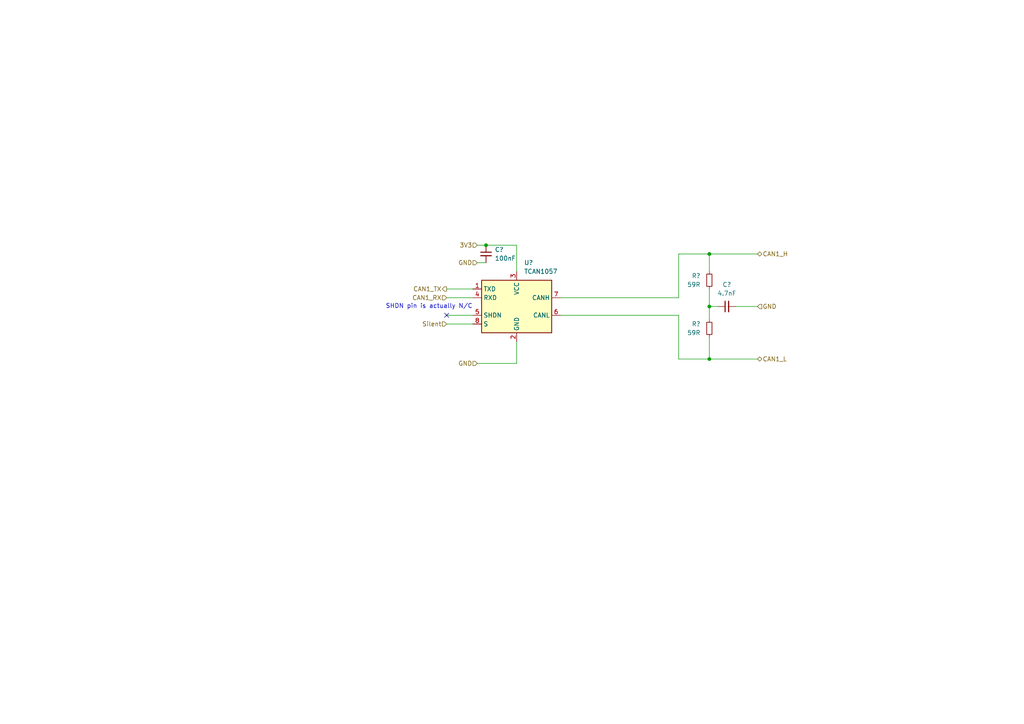
<source format=kicad_sch>
(kicad_sch (version 20250114) (generator "eeschema") (generator_version "9.0")
  (paper "A4")
  (lib_symbols
    (symbol "Device:C_Small" (pin_numbers (hide yes)) (pin_names (offset 0.254) (hide yes))
      (property "Reference" "C" (at 0.254 1.778 0))
      (property "Value" "C_Small" (at 0.254 -2.032 0))
      (symbol "C_Small_0_1"
        (polyline (pts (xy -1.524 0.508) (xy 1.524 0.508)) (stroke (width 0.3048)))
        (polyline (pts (xy -1.524 -0.508) (xy 1.524 -0.508)) (stroke (width 0.3302)))
      )
      (symbol "C_Small_1_1"
        (pin passive line (at 0 2.54 270) (length 2.032) (name "~") (number "1"))
        (pin passive line (at 0 -2.54 90) (length 2.032) (name "~") (number "2"))
      )
    )
    (symbol "Device:R_Small" (pin_numbers (hide yes)) (pin_names (offset 0.254) (hide yes))
      (property "Reference" "R" (at 0.762 0.508 0))
      (property "Value" "R_Small" (at 0.762 -1.016 0))
      (symbol "R_Small_0_1"
        (rectangle (start -0.762 1.778) (end 0.762 -1.778) (stroke (width 0.2032)))
      )
      (symbol "R_Small_1_1"
        (pin passive line (at 0 2.54 270) (length 0.762) (name "~") (number "1"))
        (pin passive line (at 0 -2.54 90) (length 0.762) (name "~") (number "2"))
      )
    )
    (symbol "Interface_CAN_LIN:TCAN330G"
      (property "Reference" "U" (at -10.16 8.89 0))
      (property "Value" "TCAN330G" (at 2.54 8.89 0))
      (symbol "TCAN330G_0_1"
        (rectangle (start -10.16 7.62) (end 10.16 -7.62) (stroke (width 0.254)) (fill (type background)))
      )
      (symbol "TCAN330G_1_1"
        (pin input line (at -12.7 5.08 0) (length 2.54) (name "TXD") (number "1"))
        (pin tri_state line (at -12.7 2.54 0) (length 2.54) (name "RXD") (number "4"))
        (pin input line (at -12.7 -2.54 0) (length 2.54) (name "SHDN") (number "5"))
        (pin input line (at -12.7 -5.08 0) (length 2.54) (name "S") (number "8"))
        (pin power_in line (at 0 10.16 270) (length 2.54) (name "VCC") (number "3"))
        (pin power_in line (at 0 -10.16 90) (length 2.54) (name "GND") (number "2"))
        (pin bidirectional line (at 12.7 2.54 180) (length 2.54) (name "CANH") (number "7"))
        (pin bidirectional line (at 12.7 -2.54 180) (length 2.54) (name "CANL") (number "6"))
      )
    )
  )
  (text "SHDN pin is actually N/C" (at 124.46 88.9 0) (effects (font (size 1.27 1.27))))
  (junction (at 140.97 71.12))
  (junction (at 205.74 88.9))
  (junction (at 205.74 73.66))
  (junction (at 205.74 104.14))
  (no_connect (at 129.54 91.44))
  (wire (pts (xy 205.74 73.66) (xy 219.71 73.66)))
  (wire (pts (xy 196.85 104.14) (xy 205.74 104.14)))
  (wire (pts (xy 196.85 91.44) (xy 162.56 91.44)))
  (wire (pts (xy 149.86 99.06) (xy 149.86 105.41)))
  (wire (pts (xy 205.74 97.79) (xy 205.74 104.14)))
  (wire (pts (xy 129.54 86.36) (xy 137.16 86.36)))
  (wire (pts (xy 196.85 73.66) (xy 196.85 86.36)))
  (wire (pts (xy 138.43 71.12) (xy 140.97 71.12)))
  (wire (pts (xy 138.43 76.2) (xy 140.97 76.2)))
  (wire (pts (xy 205.74 92.71) (xy 205.74 88.9)))
  (wire (pts (xy 129.54 93.98) (xy 137.16 93.98)))
  (wire (pts (xy 196.85 86.36) (xy 162.56 86.36)))
  (wire (pts (xy 140.97 71.12) (xy 149.86 71.12)))
  (wire (pts (xy 129.54 83.82) (xy 137.16 83.82)))
  (wire (pts (xy 129.54 91.44) (xy 137.16 91.44)))
  (wire (pts (xy 205.74 73.66) (xy 205.74 78.74)))
  (wire (pts (xy 205.74 104.14) (xy 219.71 104.14)))
  (wire (pts (xy 205.74 83.82) (xy 205.74 88.9)))
  (wire (pts (xy 219.71 88.9) (xy 213.36 88.9)))
  (wire (pts (xy 205.74 88.9) (xy 208.28 88.9)))
  (wire (pts (xy 196.85 104.14) (xy 196.85 91.44)))
  (wire (pts (xy 138.43 105.41) (xy 149.86 105.41)))
  (wire (pts (xy 149.86 78.74) (xy 149.86 71.12)))
  (wire (pts (xy 196.85 73.66) (xy 205.74 73.66)))
  (hierarchical_label "Silent" (shape input) (at 129.54 93.98 180))
  (hierarchical_label "CAN1_L" (shape bidirectional) (at 219.71 104.14 0))
  (hierarchical_label "GND" (shape input) (at 219.71 88.9 0))
  (hierarchical_label "CAN1_TX" (shape output) (at 129.54 83.82 180))
  (hierarchical_label "CAN1_RX" (shape input) (at 129.54 86.36 180))
  (hierarchical_label "CAN1_H" (shape bidirectional) (at 219.71 73.66 0))
  (hierarchical_label "3V3" (shape input) (at 138.43 71.12 180))
  (hierarchical_label "GND" (shape input) (at 138.43 105.41 180))
  (hierarchical_label "GND" (shape input) (at 138.43 76.2 180))
  (symbol (lib_id "Device:C_Small") (at 210.82 88.9 90) (mirror x) (unit 1)
    (property "Reference" "C?" (at 210.8263 82.55 90))
    (property "Value" "4.7nF" (at 210.8263 85.09 90))
    (property "Footprint" "Capacitor_SMD:C_0402_1005Metric" (effects (hide yes)))
    (property "Datasheet" "https://www.yageo.com/upload/media/product/productsearch/datasheet/mlcc/UPY-GPHC_X7R_6.3V-to-250V_24.pdf" (effects (hide yes)))
    (property "Description" "0.047 µF ±5% 50V Ceramic Capacitor X7R 0402 (1005 Metric)" (effects (hide yes)))
    (property "Price" "$0.10" (effects (hide yes)))
    (property "Rating" "CAP CER 0.047UF 50V X7R 0402" (effects (hide yes)))
    (property "Supplier" "Digikey" (effects (hide yes)))
    (property "Supplier PN" "13-CC0402JRX7R9BB473CT-ND" (effects (hide yes)))
    (property "Manufacturer" "YAGEO" (effects (hide yes)))
    (property "MPN" "CC0402JRX7R9BB473" (effects (hide yes)))
    (property "LCSC" "C576715" (effects (hide yes)))
  )
  (symbol (lib_id "Interface_CAN_LIN:TCAN330G") (at 149.86 88.9 0) (unit 1)
    (property "Reference" "U?" (at 152.0033 76.2 0) (effects (justify left)))
    (property "Value" "TCAN1057" (at 152.0033 78.74 0) (effects (justify left)))
    (property "Footprint" "Package_SON:SON-8-1EP_3x2mm_P0.5mm_EP1.4x1.6mm" (effects (hide yes)))
    (property "Datasheet" "https://www.ti.com/lit/ds/symlink/tcan1057a-q1.pdf?ts=1694763547700&ref_url=https%253A%252F%252Fwww.ti.com%252Fproduct%252Fde-de%252FTCAN1057A-Q1" (effects (hide yes)))
    (property "Description" "1/1 Transceiver Half CANbus 8-SON (3x3)" (effects (hide yes)))
    (property "Price" "$ 0.9309" (effects (hide yes)))
    (property "Rating" "1/1 Transceiver Half CANbus 8-SON (3x3)" (effects (hide yes)))
    (property "Supplier" "Digikey" (effects (hide yes)))
    (property "Supplier PN" "296-TCAN1057ADRBRQ1CT-ND" (effects (hide yes)))
    (property "Manufacturer" "Texas Instruments" (effects (hide yes)))
    (property "MPN" "TCAN1057ADRBRQ1" (effects (hide yes)))
    (property "LCSC" "C5215844" (effects (hide yes)))
  )
  (symbol (lib_id "Device:C_Small") (at 140.97 73.66 0) (mirror y) (unit 1)
    (property "Reference" "C?" (at 143.51 72.3962 0) (effects (justify right)))
    (property "Value" "100nF" (at 143.51 74.9362 0) (effects (justify right)))
    (property "Footprint" "Capacitor_SMD:C_0402_1005Metric" (effects (hide yes)))
    (property "Datasheet" "https://www.yageo.com/upload/media/product/productsearch/datasheet/mlcc/UPY-GPHC_X7R_6.3V-to-250V_24.pdf" (effects (hide yes)))
    (property "Description" "0.1 µF ±10% 25V Ceramic Capacitor X7R 0402 (1005 Metric)" (effects (hide yes)))
    (property "Price" "$0.17" (effects (hide yes)))
    (property "Rating" "CAP 0402 50V 100 NF X7R" (effects (hide yes)))
    (property "Supplier" "Digikey" (effects (hide yes)))
    (property "Supplier PN" "13-CC0402KPX7R9BB104CT-ND" (effects (hide yes)))
    (property "Manufacturer" "YAGEO" (effects (hide yes)))
    (property "MPN" "CC0402KPX7R9BB104" (effects (hide yes)))
    (property "LCSC" "C432917" (effects (hide yes)))
  )
  (symbol (lib_id "Device:R_Small") (at 205.74 81.28 0) (mirror x) (unit 1)
    (property "Reference" "R?" (at 203.2 80.0099 0) (effects (justify right)))
    (property "Value" "59R" (at 203.2 82.5499 0) (effects (justify right)))
    (property "Footprint" "Resistor_SMD:R_0402_1005Metric" (effects (hide yes)))
    (property "Datasheet" "https://www.yageo.com/upload/media/product/products/datasheet/rchip/PYu-RC_Group_51_RoHS_L_12.pdf" (effects (hide yes)))
    (property "Description" "59 Ohms ±1% 0.063W, 1/16W Chip Resistor 0402 (1005 Metric) Moisture Resistant Thick Film" (effects (hide yes)))
    (property "Price" "$0.16" (effects (hide yes)))
    (property "Rating" "RES 59 OHM 1% 1/16W 0402" (effects (hide yes)))
    (property "Supplier" "Digikey" (effects (hide yes)))
    (property "Supplier PN" "YAG3194CT-ND" (effects (hide yes)))
    (property "Manufacturer" "YAGEO" (effects (hide yes)))
    (property "MPN" "RC0402FR-0759RL" (effects (hide yes)))
    (property "LCSC" "C273340" (effects (hide yes)))
  )
  (symbol (lib_id "Device:R_Small") (at 205.74 95.25 0) (mirror x) (unit 1)
    (property "Reference" "R?" (at 203.2 93.9799 0) (effects (justify right)))
    (property "Value" "59R" (at 203.2 96.5199 0) (effects (justify right)))
    (property "Footprint" "Resistor_SMD:R_0402_1005Metric" (effects (hide yes)))
    (property "Datasheet" "https://www.yageo.com/upload/media/product/products/datasheet/rchip/PYu-RC_Group_51_RoHS_L_12.pdf" (effects (hide yes)))
    (property "Description" "59 Ohms ±1% 0.063W, 1/16W Chip Resistor 0402 (1005 Metric) Moisture Resistant Thick Film" (effects (hide yes)))
    (property "Price" "$0.16" (effects (hide yes)))
    (property "Rating" "RES 59 OHM 1% 1/16W 0402" (effects (hide yes)))
    (property "Supplier" "Digikey" (effects (hide yes)))
    (property "Supplier PN" "YAG3194CT-ND" (effects (hide yes)))
    (property "Manufacturer" "YAGEO" (effects (hide yes)))
    (property "MPN" "RC0402FR-0759RL" (effects (hide yes)))
    (property "LCSC" "C273340" (effects (hide yes)))
  )
)
</source>
